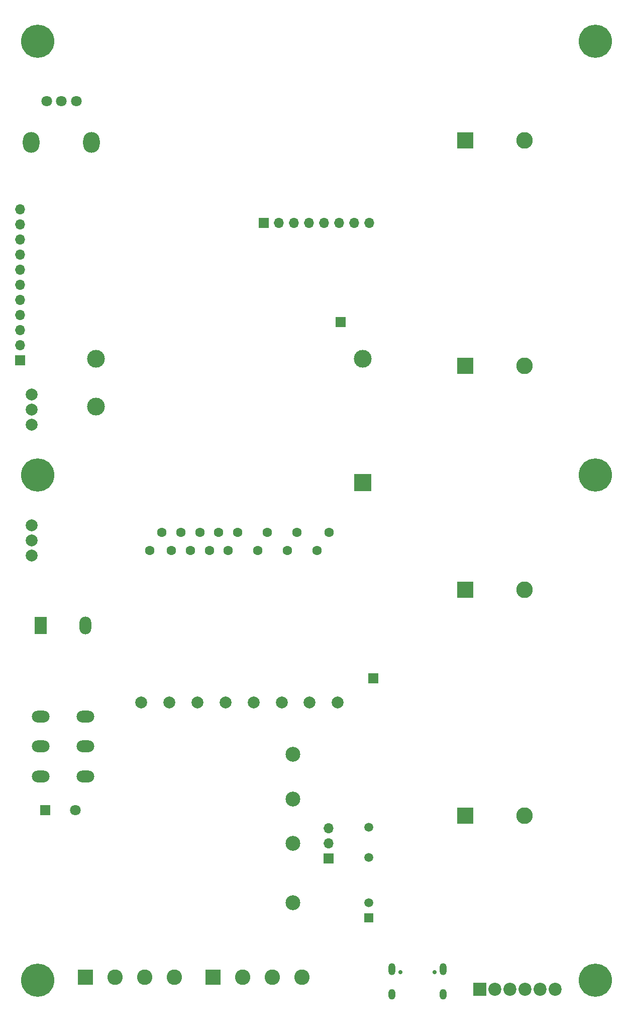
<source format=gbr>
%TF.GenerationSoftware,KiCad,Pcbnew,7.0.8*%
%TF.CreationDate,2023-12-07T15:12:16+01:00*%
%TF.ProjectId,MecProInverter,4d656350-726f-4496-9e76-65727465722e,rev?*%
%TF.SameCoordinates,Original*%
%TF.FileFunction,Soldermask,Bot*%
%TF.FilePolarity,Negative*%
%FSLAX46Y46*%
G04 Gerber Fmt 4.6, Leading zero omitted, Abs format (unit mm)*
G04 Created by KiCad (PCBNEW 7.0.8) date 2023-12-07 15:12:16*
%MOMM*%
%LPD*%
G01*
G04 APERTURE LIST*
%ADD10C,2.000000*%
%ADD11R,1.500000X1.500000*%
%ADD12C,1.500000*%
%ADD13R,1.700000X1.700000*%
%ADD14O,1.700000X1.700000*%
%ADD15C,3.600000*%
%ADD16C,5.600000*%
%ADD17O,3.000000X2.000000*%
%ADD18R,2.000000X3.000000*%
%ADD19O,2.000000X3.000000*%
%ADD20R,2.600000X2.600000*%
%ADD21C,2.600000*%
%ADD22R,2.200000X2.200000*%
%ADD23C,2.200000*%
%ADD24C,0.700025*%
%ADD25O,1.200000X2.000000*%
%ADD26O,1.200000X1.800000*%
%ADD27C,1.800000*%
%ADD28O,2.800000X3.500000*%
%ADD29R,3.000000X3.000000*%
%ADD30C,3.000000*%
%ADD31R,1.800000X1.800000*%
%ADD32R,2.794000X2.794000*%
%ADD33C,2.794000*%
%ADD34C,1.600000*%
%ADD35C,2.500000*%
G04 APERTURE END LIST*
D10*
%TO.C,Fan1*%
X98000000Y-122540005D03*
X98000000Y-120000000D03*
X98000000Y-117459995D03*
%TD*%
D11*
%TO.C,U12*%
X154750000Y-205500000D03*
D12*
X154750000Y-202960000D03*
X154750000Y-195340000D03*
X154750000Y-190260000D03*
%TD*%
D13*
%TO.C,J7*%
X96000000Y-111700000D03*
D14*
X96000000Y-109160000D03*
X96000000Y-106620000D03*
X96000000Y-104080000D03*
X96000000Y-101540000D03*
X96000000Y-99000000D03*
X96000000Y-96460000D03*
X96000000Y-93920000D03*
X96000000Y-91380000D03*
X96000000Y-88840000D03*
X96000000Y-86300000D03*
%TD*%
D15*
%TO.C,H1*%
X99000000Y-216000000D03*
D16*
X99000000Y-216000000D03*
%TD*%
D17*
%TO.C,K2*%
X107000000Y-176650000D03*
X99500000Y-176650000D03*
X107000000Y-171610000D03*
X99500000Y-171610000D03*
X107000000Y-181690000D03*
X99500000Y-181690000D03*
D18*
X99500000Y-156350000D03*
D19*
X107000000Y-156350000D03*
%TD*%
D10*
%TO.C,Fan2*%
X98000000Y-144540005D03*
X98000000Y-142000000D03*
X98000000Y-139459995D03*
%TD*%
D20*
%TO.C,J4*%
X128500000Y-215500000D03*
D21*
X133500000Y-215500000D03*
X138500000Y-215500000D03*
X143500000Y-215500000D03*
%TD*%
D15*
%TO.C,H6*%
X193000000Y-58000000D03*
D16*
X193000000Y-58000000D03*
%TD*%
D22*
%TO.C,J3*%
X173460000Y-217500000D03*
D23*
X176000000Y-217500000D03*
X178540000Y-217500000D03*
X181080000Y-217500000D03*
X183620000Y-217500000D03*
X186160000Y-217500000D03*
%TD*%
D15*
%TO.C,H5*%
X99000000Y-58000000D03*
D16*
X99000000Y-58000000D03*
%TD*%
D24*
%TO.C,U3*%
X160110109Y-214695072D03*
X165890145Y-214695072D03*
D25*
X158675006Y-214174879D03*
D26*
X158675006Y-218375032D03*
D25*
X167324994Y-214174879D03*
D26*
X167324994Y-218375032D03*
%TD*%
D15*
%TO.C,H4*%
X99000000Y-131000000D03*
D16*
X99000000Y-131000000D03*
%TD*%
D13*
%TO.C,J8*%
X155500000Y-165250000D03*
%TD*%
D15*
%TO.C,H2*%
X193000000Y-131000000D03*
D16*
X193000000Y-131000000D03*
%TD*%
D13*
%TO.C,J5*%
X137110000Y-88600000D03*
D14*
X139650000Y-88600000D03*
X142190000Y-88600000D03*
X144730000Y-88600000D03*
X147270000Y-88600000D03*
X149810000Y-88600000D03*
X152350000Y-88600000D03*
X154890000Y-88600000D03*
%TD*%
D13*
%TO.C,J9*%
X150000000Y-105250000D03*
%TD*%
D15*
%TO.C,H3*%
X193000000Y-216000000D03*
D16*
X193000000Y-216000000D03*
%TD*%
D27*
%TO.C,U21*%
X105500127Y-68064478D03*
X103000000Y-68064478D03*
X100500127Y-68064478D03*
D28*
X108080010Y-75064478D03*
X97919990Y-75064478D03*
%TD*%
D20*
%TO.C,J10*%
X107000000Y-215500000D03*
D21*
X112000000Y-215500000D03*
X117000000Y-215500000D03*
X122000000Y-215500000D03*
%TD*%
D13*
%TO.C,J6*%
X148000000Y-195525000D03*
D14*
X148000000Y-192985000D03*
X148000000Y-190445000D03*
%TD*%
D29*
%TO.C,PS1*%
X153800000Y-132282500D03*
D30*
X153800000Y-111482500D03*
X108800000Y-111482500D03*
X108800000Y-119482500D03*
%TD*%
D31*
%TO.C,R1*%
X100250000Y-187375000D03*
D27*
X105330000Y-187375000D03*
%TD*%
D32*
%TO.C,C2*%
X171000000Y-112666750D03*
D33*
X181000000Y-112666750D03*
%TD*%
D32*
%TO.C,C1*%
X171000000Y-74666750D03*
D33*
X181000000Y-74666750D03*
%TD*%
D32*
%TO.C,C4*%
X171000000Y-188333500D03*
D33*
X181000000Y-188333500D03*
%TD*%
D32*
%TO.C,C3*%
X171000000Y-150333500D03*
D33*
X181000000Y-150333500D03*
%TD*%
D34*
%TO.C,U13*%
X148100203Y-140700025D03*
X146099949Y-143700025D03*
X142700152Y-140700025D03*
X141099949Y-143700025D03*
X137699898Y-140700025D03*
X136099949Y-143700025D03*
X132699898Y-140700025D03*
X131099949Y-143700025D03*
X129500000Y-140700025D03*
X127900051Y-143700025D03*
X126300102Y-140700025D03*
X124699898Y-143700025D03*
X123099949Y-140700025D03*
X121500000Y-143700025D03*
X119900051Y-140700025D03*
X117900051Y-143700025D03*
D10*
X116444882Y-169299975D03*
X121175133Y-169299975D03*
X125905131Y-169299975D03*
X130635128Y-169299975D03*
X135365126Y-169299975D03*
X140095123Y-169299975D03*
X144825121Y-169299975D03*
X149555118Y-169299975D03*
%TD*%
D35*
%TO.C,U4*%
X142000000Y-178000000D03*
X142000000Y-185500000D03*
X142000000Y-193000000D03*
X142000000Y-203000000D03*
%TD*%
M02*

</source>
